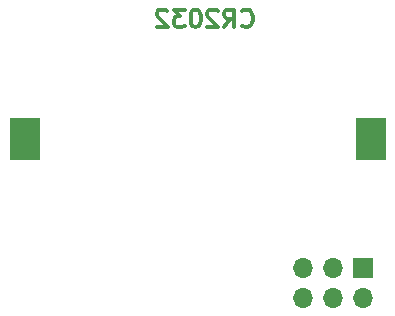
<source format=gbr>
G04 #@! TF.GenerationSoftware,KiCad,Pcbnew,(5.1.9)-1*
G04 #@! TF.CreationDate,2021-03-03T07:25:27+02:00*
G04 #@! TF.ProjectId,reverse,72657665-7273-4652-9e6b-696361645f70,rev?*
G04 #@! TF.SameCoordinates,Original*
G04 #@! TF.FileFunction,Soldermask,Bot*
G04 #@! TF.FilePolarity,Negative*
%FSLAX46Y46*%
G04 Gerber Fmt 4.6, Leading zero omitted, Abs format (unit mm)*
G04 Created by KiCad (PCBNEW (5.1.9)-1) date 2021-03-03 07:25:27*
%MOMM*%
%LPD*%
G01*
G04 APERTURE LIST*
%ADD10C,0.300000*%
%ADD11O,1.700000X1.700000*%
%ADD12R,1.700000X1.700000*%
%ADD13R,2.600000X3.600000*%
G04 APERTURE END LIST*
D10*
X144742857Y-49935714D02*
X144814285Y-50007142D01*
X145028571Y-50078571D01*
X145171428Y-50078571D01*
X145385714Y-50007142D01*
X145528571Y-49864285D01*
X145600000Y-49721428D01*
X145671428Y-49435714D01*
X145671428Y-49221428D01*
X145600000Y-48935714D01*
X145528571Y-48792857D01*
X145385714Y-48650000D01*
X145171428Y-48578571D01*
X145028571Y-48578571D01*
X144814285Y-48650000D01*
X144742857Y-48721428D01*
X143242857Y-50078571D02*
X143742857Y-49364285D01*
X144100000Y-50078571D02*
X144100000Y-48578571D01*
X143528571Y-48578571D01*
X143385714Y-48650000D01*
X143314285Y-48721428D01*
X143242857Y-48864285D01*
X143242857Y-49078571D01*
X143314285Y-49221428D01*
X143385714Y-49292857D01*
X143528571Y-49364285D01*
X144100000Y-49364285D01*
X142671428Y-48721428D02*
X142600000Y-48650000D01*
X142457142Y-48578571D01*
X142100000Y-48578571D01*
X141957142Y-48650000D01*
X141885714Y-48721428D01*
X141814285Y-48864285D01*
X141814285Y-49007142D01*
X141885714Y-49221428D01*
X142742857Y-50078571D01*
X141814285Y-50078571D01*
X140885714Y-48578571D02*
X140742857Y-48578571D01*
X140600000Y-48650000D01*
X140528571Y-48721428D01*
X140457142Y-48864285D01*
X140385714Y-49150000D01*
X140385714Y-49507142D01*
X140457142Y-49792857D01*
X140528571Y-49935714D01*
X140600000Y-50007142D01*
X140742857Y-50078571D01*
X140885714Y-50078571D01*
X141028571Y-50007142D01*
X141100000Y-49935714D01*
X141171428Y-49792857D01*
X141242857Y-49507142D01*
X141242857Y-49150000D01*
X141171428Y-48864285D01*
X141100000Y-48721428D01*
X141028571Y-48650000D01*
X140885714Y-48578571D01*
X139885714Y-48578571D02*
X138957142Y-48578571D01*
X139457142Y-49150000D01*
X139242857Y-49150000D01*
X139100000Y-49221428D01*
X139028571Y-49292857D01*
X138957142Y-49435714D01*
X138957142Y-49792857D01*
X139028571Y-49935714D01*
X139100000Y-50007142D01*
X139242857Y-50078571D01*
X139671428Y-50078571D01*
X139814285Y-50007142D01*
X139885714Y-49935714D01*
X138385714Y-48721428D02*
X138314285Y-48650000D01*
X138171428Y-48578571D01*
X137814285Y-48578571D01*
X137671428Y-48650000D01*
X137600000Y-48721428D01*
X137528571Y-48864285D01*
X137528571Y-49007142D01*
X137600000Y-49221428D01*
X138457142Y-50078571D01*
X137528571Y-50078571D01*
D11*
X149920000Y-73040000D03*
X149920000Y-70500000D03*
X152460000Y-73040000D03*
X152460000Y-70500000D03*
X155000000Y-73040000D03*
D12*
X155000000Y-70500000D03*
D13*
X126350000Y-59500000D03*
X155650000Y-59500000D03*
M02*

</source>
